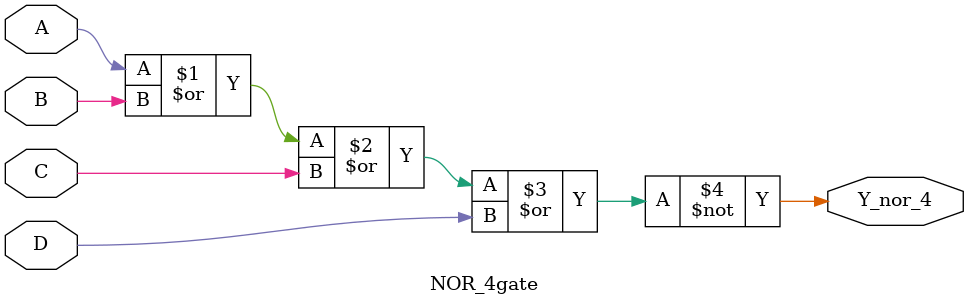
<source format=v>
module NOR_4gate(
    input   A,
    input   B,
    input   C,
    input   D,
    output  Y_nor_4
);

    assign Y_nor_4  = ~( A | B | C | D);  

endmodule
</source>
